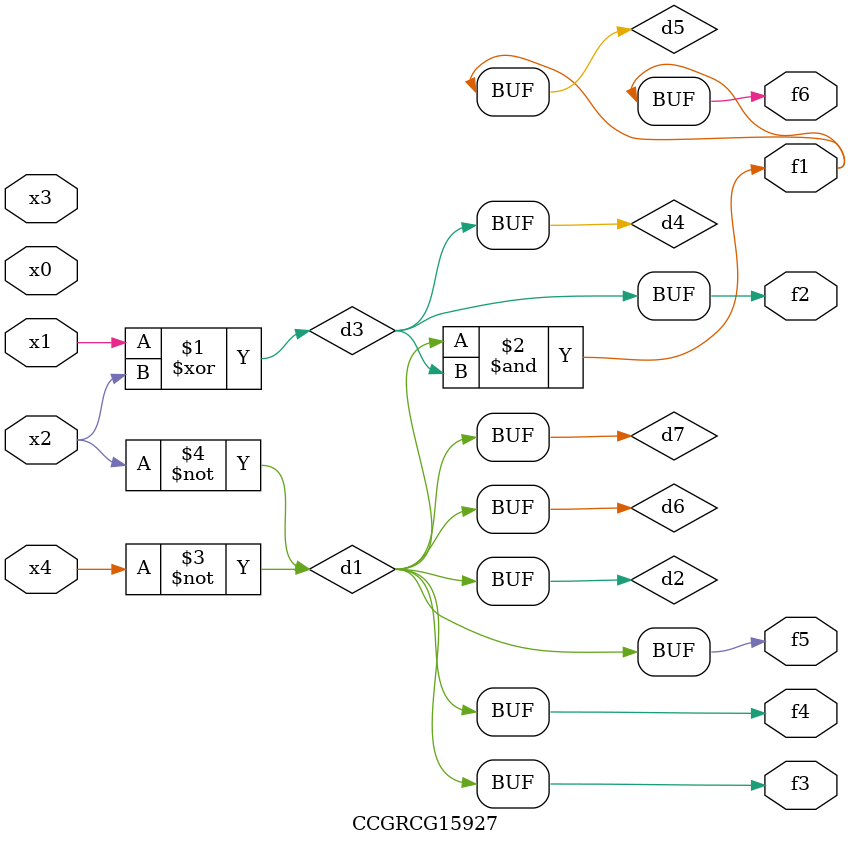
<source format=v>
module CCGRCG15927(
	input x0, x1, x2, x3, x4,
	output f1, f2, f3, f4, f5, f6
);

	wire d1, d2, d3, d4, d5, d6, d7;

	not (d1, x4);
	not (d2, x2);
	xor (d3, x1, x2);
	buf (d4, d3);
	and (d5, d1, d3);
	buf (d6, d1, d2);
	buf (d7, d2);
	assign f1 = d5;
	assign f2 = d4;
	assign f3 = d7;
	assign f4 = d7;
	assign f5 = d7;
	assign f6 = d5;
endmodule

</source>
